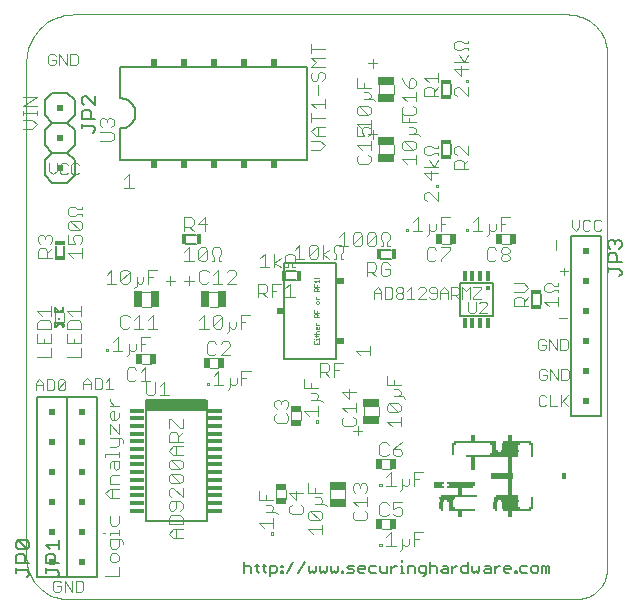
<source format=gto>
G75*
%MOIN*%
%OFA0B0*%
%FSLAX24Y24*%
%IPPOS*%
%LPD*%
%AMOC8*
5,1,8,0,0,1.08239X$1,22.5*
%
%ADD10C,0.0000*%
%ADD11C,0.0040*%
%ADD12C,0.0050*%
%ADD13C,0.0030*%
%ADD14C,0.0020*%
%ADD15C,0.0080*%
%ADD16R,0.0510X0.0140*%
%ADD17R,0.2047X0.0384*%
%ADD18C,0.0157*%
%ADD19R,0.0118X0.0374*%
%ADD20C,0.0060*%
%ADD21R,0.0160X0.0340*%
%ADD22R,0.0340X0.0160*%
%ADD23R,0.0197X0.0374*%
%ADD24R,0.0571X0.0295*%
%ADD25R,0.0374X0.0197*%
%ADD26R,0.0295X0.0571*%
%ADD27R,0.0220X0.0264*%
%ADD28R,0.0200X0.0200*%
%ADD29C,0.0004*%
%ADD30C,0.0002*%
%ADD31R,0.0079X0.0059*%
%ADD32R,0.0020X0.0020*%
%ADD33R,0.0020X0.0148*%
%ADD34R,0.0079X0.0118*%
%ADD35R,0.0354X0.0089*%
%ADD36R,0.0079X0.0197*%
%ADD37R,0.0217X0.0089*%
%ADD38R,0.0039X0.0039*%
%ADD39R,0.0098X0.0098*%
%ADD40R,0.0264X0.0220*%
%ADD41R,0.0180X0.0060*%
%ADD42R,0.0060X0.0060*%
%ADD43R,0.0900X0.0060*%
%ADD44R,0.0960X0.0060*%
%ADD45R,0.0120X0.0060*%
%ADD46R,0.0240X0.0060*%
%ADD47R,0.0600X0.0060*%
%ADD48R,0.0540X0.0060*%
%ADD49R,0.0480X0.0060*%
%ADD50R,0.0840X0.0060*%
%ADD51R,0.1200X0.0060*%
%ADD52R,0.0780X0.0060*%
%ADD53R,0.0360X0.0060*%
%ADD54R,0.0300X0.0060*%
%ADD55R,0.0720X0.0060*%
%ADD56R,0.1740X0.0060*%
%ADD57R,0.1440X0.0060*%
D10*
X000637Y001594D02*
X000637Y018096D01*
X000639Y018174D01*
X000645Y018251D01*
X000654Y018328D01*
X000667Y018404D01*
X000684Y018480D01*
X000705Y018555D01*
X000729Y018628D01*
X000757Y018701D01*
X000789Y018772D01*
X000824Y018841D01*
X000862Y018908D01*
X000903Y018974D01*
X000948Y019037D01*
X000996Y019098D01*
X001046Y019157D01*
X001100Y019213D01*
X001156Y019267D01*
X001215Y019317D01*
X001276Y019365D01*
X001339Y019410D01*
X001405Y019451D01*
X001472Y019489D01*
X001541Y019524D01*
X001612Y019556D01*
X001685Y019584D01*
X001758Y019608D01*
X001833Y019629D01*
X001909Y019646D01*
X001985Y019659D01*
X002062Y019668D01*
X002139Y019674D01*
X002217Y019676D01*
X018684Y019676D01*
X018756Y019674D01*
X018827Y019668D01*
X018898Y019659D01*
X018968Y019645D01*
X019038Y019628D01*
X019106Y019607D01*
X019174Y019582D01*
X019240Y019554D01*
X019304Y019522D01*
X019366Y019487D01*
X019426Y019448D01*
X019485Y019406D01*
X019540Y019361D01*
X019594Y019313D01*
X019644Y019263D01*
X019692Y019209D01*
X019737Y019154D01*
X019779Y019095D01*
X019818Y019035D01*
X019853Y018973D01*
X019885Y018909D01*
X019913Y018843D01*
X019938Y018775D01*
X019959Y018707D01*
X019976Y018637D01*
X019990Y018567D01*
X019999Y018496D01*
X020005Y018425D01*
X020007Y018353D01*
X020007Y001246D01*
X020006Y001246D02*
X020004Y001182D01*
X019998Y001118D01*
X019989Y001054D01*
X019975Y000991D01*
X019958Y000929D01*
X019937Y000868D01*
X019912Y000808D01*
X019884Y000751D01*
X019852Y000695D01*
X019817Y000640D01*
X019779Y000589D01*
X019738Y000539D01*
X019694Y000492D01*
X019647Y000448D01*
X019597Y000407D01*
X019546Y000369D01*
X019491Y000334D01*
X019435Y000302D01*
X019378Y000274D01*
X019318Y000249D01*
X019257Y000228D01*
X019195Y000211D01*
X019132Y000197D01*
X019068Y000188D01*
X019004Y000182D01*
X018940Y000180D01*
X002051Y000180D01*
X001977Y000182D01*
X001903Y000188D01*
X001830Y000197D01*
X001757Y000211D01*
X001685Y000228D01*
X001614Y000249D01*
X001544Y000274D01*
X001476Y000302D01*
X001409Y000334D01*
X001344Y000369D01*
X001281Y000408D01*
X001220Y000450D01*
X001161Y000495D01*
X001105Y000543D01*
X001051Y000594D01*
X001000Y000648D01*
X000952Y000704D01*
X000907Y000763D01*
X000865Y000824D01*
X000826Y000887D01*
X000791Y000952D01*
X000759Y001019D01*
X000731Y001087D01*
X000706Y001157D01*
X000685Y001228D01*
X000668Y001300D01*
X000654Y001373D01*
X000645Y001446D01*
X000639Y001520D01*
X000637Y001594D01*
D11*
X003180Y002408D02*
X003256Y002408D01*
X003410Y002408D02*
X003410Y002331D01*
X003410Y002408D02*
X003717Y002408D01*
X003717Y002331D02*
X003717Y002485D01*
X003640Y002638D02*
X003486Y002638D01*
X003410Y002715D01*
X003410Y002945D01*
X003717Y002945D02*
X003717Y002715D01*
X003640Y002638D01*
X003717Y002178D02*
X003717Y001948D01*
X003640Y001871D01*
X003486Y001871D01*
X003410Y001948D01*
X003410Y002178D01*
X003793Y002178D01*
X003870Y002101D01*
X003870Y002024D01*
X003640Y001717D02*
X003486Y001717D01*
X003410Y001641D01*
X003410Y001487D01*
X003486Y001410D01*
X003640Y001410D01*
X003717Y001487D01*
X003717Y001641D01*
X003640Y001717D01*
X003717Y001257D02*
X003717Y000950D01*
X003256Y000950D01*
X005389Y002370D02*
X005542Y002524D01*
X005849Y002524D01*
X005849Y002677D02*
X005849Y002907D01*
X005772Y002984D01*
X005465Y002984D01*
X005389Y002907D01*
X005389Y002677D01*
X005849Y002677D01*
X005619Y002524D02*
X005619Y002217D01*
X005542Y002217D02*
X005389Y002370D01*
X005542Y002217D02*
X005849Y002217D01*
X005772Y003138D02*
X005849Y003214D01*
X005849Y003368D01*
X005772Y003445D01*
X005465Y003445D01*
X005389Y003368D01*
X005389Y003214D01*
X005465Y003138D01*
X005542Y003138D01*
X005619Y003214D01*
X005619Y003445D01*
X005465Y003598D02*
X005389Y003675D01*
X005389Y003828D01*
X005465Y003905D01*
X005542Y003905D01*
X005849Y003598D01*
X005849Y003905D01*
X005772Y004058D02*
X005465Y004365D01*
X005772Y004365D01*
X005849Y004289D01*
X005849Y004135D01*
X005772Y004058D01*
X005465Y004058D01*
X005389Y004135D01*
X005389Y004289D01*
X005465Y004365D01*
X005465Y004519D02*
X005389Y004596D01*
X005389Y004749D01*
X005465Y004826D01*
X005772Y004519D01*
X005849Y004596D01*
X005849Y004749D01*
X005772Y004826D01*
X005465Y004826D01*
X005542Y004979D02*
X005389Y005133D01*
X005542Y005286D01*
X005849Y005286D01*
X005849Y005440D02*
X005389Y005440D01*
X005389Y005670D01*
X005465Y005747D01*
X005619Y005747D01*
X005695Y005670D01*
X005695Y005440D01*
X005695Y005593D02*
X005849Y005747D01*
X005849Y005900D02*
X005772Y005900D01*
X005465Y006207D01*
X005389Y006207D01*
X005389Y005900D01*
X005849Y005900D02*
X005849Y006207D01*
X005389Y006981D02*
X005082Y006981D01*
X005235Y006981D02*
X005235Y007441D01*
X005082Y007288D01*
X004928Y007441D02*
X004928Y007058D01*
X004851Y006981D01*
X004698Y006981D01*
X004621Y007058D01*
X004621Y007441D01*
X004600Y007450D02*
X004600Y007910D01*
X004446Y007757D01*
X004293Y007834D02*
X004216Y007910D01*
X004063Y007910D01*
X003986Y007834D01*
X003986Y007527D01*
X004063Y007450D01*
X004216Y007450D01*
X004293Y007527D01*
X004446Y007450D02*
X004753Y007450D01*
X004777Y008010D02*
X004497Y008010D01*
X004497Y008345D02*
X004777Y008345D01*
X004446Y008450D02*
X004446Y008910D01*
X004753Y008910D01*
X004600Y008680D02*
X004446Y008680D01*
X004293Y008680D02*
X004293Y008527D01*
X004216Y008450D01*
X004139Y008450D01*
X004063Y008527D01*
X004063Y008373D01*
X003986Y008297D01*
X003832Y008450D02*
X003525Y008450D01*
X003372Y008450D02*
X003295Y008450D01*
X003295Y008527D01*
X003372Y008527D01*
X003372Y008450D01*
X003679Y008450D02*
X003679Y008910D01*
X003525Y008757D01*
X003852Y009200D02*
X004006Y009200D01*
X004082Y009277D01*
X004236Y009200D02*
X004543Y009200D01*
X004696Y009200D02*
X005003Y009200D01*
X004850Y009200D02*
X004850Y009660D01*
X004696Y009507D01*
X004389Y009660D02*
X004389Y009200D01*
X004236Y009507D02*
X004389Y009660D01*
X004487Y009920D02*
X004787Y009920D01*
X004777Y010440D02*
X004487Y010440D01*
X004313Y010623D02*
X004236Y010547D01*
X004313Y010623D02*
X004313Y010777D01*
X004389Y010700D01*
X004466Y010700D01*
X004543Y010777D01*
X004543Y010930D01*
X004696Y010930D02*
X004850Y010930D01*
X004696Y010700D02*
X004696Y011160D01*
X005003Y011160D01*
X005282Y010805D02*
X005589Y010805D01*
X005435Y010959D02*
X005435Y010652D01*
X005907Y010805D02*
X006214Y010805D01*
X006407Y010777D02*
X006407Y011084D01*
X006483Y011160D01*
X006637Y011160D01*
X006714Y011084D01*
X006867Y011007D02*
X007021Y011160D01*
X007021Y010700D01*
X007174Y010700D02*
X006867Y010700D01*
X006714Y010777D02*
X006637Y010700D01*
X006483Y010700D01*
X006407Y010777D01*
X006060Y010652D02*
X006060Y010959D01*
X006060Y011450D02*
X006060Y011910D01*
X005907Y011757D01*
X005907Y011450D02*
X006214Y011450D01*
X006367Y011527D02*
X006674Y011834D01*
X006674Y011527D01*
X006597Y011450D01*
X006444Y011450D01*
X006367Y011527D01*
X006367Y011834D01*
X006444Y011910D01*
X006597Y011910D01*
X006674Y011834D01*
X006827Y011834D02*
X006904Y011910D01*
X007058Y011910D01*
X007134Y011834D01*
X007134Y011680D01*
X007058Y011603D01*
X007058Y011450D01*
X007134Y011450D01*
X006904Y011450D02*
X006904Y011603D01*
X006827Y011680D01*
X006827Y011834D01*
X006827Y011450D02*
X006904Y011450D01*
X007327Y011084D02*
X007404Y011160D01*
X007558Y011160D01*
X007634Y011084D01*
X007634Y011007D01*
X007327Y010700D01*
X007634Y010700D01*
X007037Y010440D02*
X006737Y010440D01*
X006747Y009920D02*
X007037Y009920D01*
X007097Y009660D02*
X006944Y009660D01*
X006867Y009584D01*
X006867Y009277D01*
X007174Y009584D01*
X007174Y009277D01*
X007097Y009200D01*
X006944Y009200D01*
X006867Y009277D01*
X006714Y009200D02*
X006407Y009200D01*
X006560Y009200D02*
X006560Y009660D01*
X006407Y009507D01*
X006733Y008785D02*
X006657Y008709D01*
X006657Y008402D01*
X006733Y008325D01*
X006887Y008325D01*
X006964Y008402D01*
X007117Y008325D02*
X007424Y008632D01*
X007424Y008709D01*
X007347Y008785D01*
X007194Y008785D01*
X007117Y008709D01*
X006964Y008709D02*
X006887Y008785D01*
X006733Y008785D01*
X006747Y008225D02*
X007027Y008225D01*
X007117Y008325D02*
X007424Y008325D01*
X007027Y007890D02*
X006747Y007890D01*
X006887Y007632D02*
X007040Y007785D01*
X007040Y007325D01*
X006887Y007325D02*
X007194Y007325D01*
X007347Y007172D02*
X007424Y007248D01*
X007424Y007402D01*
X007501Y007325D01*
X007577Y007325D01*
X007654Y007402D01*
X007654Y007555D01*
X007808Y007555D02*
X007961Y007555D01*
X007808Y007325D02*
X007808Y007785D01*
X008115Y007785D01*
X007424Y007555D02*
X007424Y007402D01*
X006733Y007402D02*
X006733Y007325D01*
X006657Y007325D01*
X006657Y007402D01*
X006733Y007402D01*
X007327Y009047D02*
X007404Y009123D01*
X007404Y009277D01*
X007481Y009200D01*
X007558Y009200D01*
X007634Y009277D01*
X007634Y009430D01*
X007788Y009430D02*
X007941Y009430D01*
X007788Y009200D02*
X007788Y009660D01*
X008095Y009660D01*
X008349Y010245D02*
X008349Y010705D01*
X008580Y010705D01*
X008656Y010629D01*
X008656Y010475D01*
X008580Y010398D01*
X008349Y010398D01*
X008503Y010398D02*
X008656Y010245D01*
X008810Y010245D02*
X008810Y010705D01*
X009117Y010705D01*
X009270Y010552D02*
X009424Y010705D01*
X009424Y010245D01*
X009577Y010245D02*
X009270Y010245D01*
X008963Y010475D02*
X008810Y010475D01*
X008887Y011245D02*
X008887Y011705D01*
X009117Y011552D02*
X008887Y011398D01*
X009117Y011245D01*
X009270Y011245D02*
X009347Y011245D01*
X009347Y011398D01*
X009270Y011475D01*
X009270Y011629D01*
X009347Y011705D01*
X009500Y011705D01*
X009577Y011629D01*
X009577Y011475D01*
X009500Y011398D01*
X009500Y011245D01*
X009577Y011245D01*
X009589Y011536D02*
X009896Y011536D01*
X009743Y011536D02*
X009743Y011996D01*
X009589Y011842D01*
X010050Y011919D02*
X010050Y011612D01*
X010356Y011919D01*
X010356Y011612D01*
X010280Y011536D01*
X010126Y011536D01*
X010050Y011612D01*
X010050Y011919D02*
X010126Y011996D01*
X010280Y011996D01*
X010356Y011919D01*
X010510Y011996D02*
X010510Y011536D01*
X010510Y011689D02*
X010740Y011842D01*
X010894Y011766D02*
X010970Y011689D01*
X010970Y011536D01*
X010894Y011536D01*
X010740Y011536D02*
X010510Y011689D01*
X010894Y011766D02*
X010894Y011919D01*
X010970Y011996D01*
X011124Y011996D01*
X011200Y011919D01*
X011200Y011766D01*
X011124Y011689D01*
X011124Y011536D01*
X011200Y011536D01*
X011219Y011950D02*
X011219Y012410D01*
X011065Y012257D01*
X011065Y011950D02*
X011372Y011950D01*
X011525Y012027D02*
X011832Y012334D01*
X011832Y012027D01*
X011756Y011950D01*
X011602Y011950D01*
X011525Y012027D01*
X011525Y012334D01*
X011602Y012410D01*
X011756Y012410D01*
X011832Y012334D01*
X011986Y012334D02*
X012063Y012410D01*
X012216Y012410D01*
X012293Y012334D01*
X011986Y012027D01*
X012063Y011950D01*
X012216Y011950D01*
X012293Y012027D01*
X012293Y012334D01*
X012446Y012334D02*
X012523Y012410D01*
X012676Y012410D01*
X012753Y012334D01*
X012753Y012180D01*
X012676Y012103D01*
X012676Y011950D01*
X012753Y011950D01*
X012523Y011950D02*
X012523Y012103D01*
X012446Y012180D01*
X012446Y012334D01*
X012446Y011950D02*
X012523Y011950D01*
X012523Y011410D02*
X012446Y011334D01*
X012446Y011027D01*
X012523Y010950D01*
X012676Y010950D01*
X012753Y011027D01*
X012753Y011180D01*
X012600Y011180D01*
X012753Y011334D02*
X012676Y011410D01*
X012523Y011410D01*
X012293Y011334D02*
X012293Y011180D01*
X012216Y011103D01*
X011986Y011103D01*
X011986Y010950D02*
X011986Y011410D01*
X012216Y011410D01*
X012293Y011334D01*
X012139Y011103D02*
X012293Y010950D01*
X011986Y012027D02*
X011986Y012334D01*
X013295Y012450D02*
X013372Y012450D01*
X013372Y012527D01*
X013295Y012527D01*
X013295Y012450D01*
X013525Y012450D02*
X013832Y012450D01*
X013679Y012450D02*
X013679Y012910D01*
X013525Y012757D01*
X014063Y012680D02*
X014063Y012527D01*
X014063Y012373D01*
X013986Y012297D01*
X014139Y012450D02*
X014216Y012450D01*
X014293Y012527D01*
X014293Y012680D01*
X014446Y012680D02*
X014600Y012680D01*
X014446Y012450D02*
X014446Y012910D01*
X014753Y012910D01*
X015295Y012527D02*
X015372Y012527D01*
X015372Y012450D01*
X015295Y012450D01*
X015295Y012527D01*
X015525Y012450D02*
X015832Y012450D01*
X015679Y012450D02*
X015679Y012910D01*
X015525Y012757D01*
X016063Y012680D02*
X016063Y012527D01*
X016063Y012373D01*
X015986Y012297D01*
X016139Y012450D02*
X016216Y012450D01*
X016293Y012527D01*
X016293Y012680D01*
X016446Y012680D02*
X016600Y012680D01*
X016446Y012450D02*
X016446Y012910D01*
X016753Y012910D01*
X016777Y012345D02*
X016497Y012345D01*
X016497Y012010D02*
X016777Y012010D01*
X016676Y011910D02*
X016523Y011910D01*
X016446Y011834D01*
X016446Y011757D01*
X016523Y011680D01*
X016676Y011680D01*
X016753Y011603D01*
X016753Y011527D01*
X016676Y011450D01*
X016523Y011450D01*
X016446Y011527D01*
X016446Y011603D01*
X016523Y011680D01*
X016676Y011680D02*
X016753Y011757D01*
X016753Y011834D01*
X016676Y011910D01*
X016293Y011834D02*
X016216Y011910D01*
X016063Y011910D01*
X015986Y011834D01*
X015986Y011527D01*
X016063Y011450D01*
X016216Y011450D01*
X016293Y011527D01*
X016139Y012450D02*
X016063Y012527D01*
X014777Y012345D02*
X014497Y012345D01*
X014139Y012450D02*
X014063Y012527D01*
X014497Y012010D02*
X014777Y012010D01*
X014753Y011910D02*
X014753Y011834D01*
X014446Y011527D01*
X014446Y011450D01*
X014293Y011527D02*
X014216Y011450D01*
X014063Y011450D01*
X013986Y011527D01*
X013986Y011834D01*
X014063Y011910D01*
X014216Y011910D01*
X014293Y011834D01*
X014446Y011910D02*
X014753Y011910D01*
X014367Y013455D02*
X014060Y013762D01*
X013983Y013762D01*
X013906Y013685D01*
X013906Y013532D01*
X013983Y013455D01*
X014367Y013455D02*
X014367Y013762D01*
X014367Y013915D02*
X014290Y013915D01*
X014290Y013992D01*
X014367Y013992D01*
X014367Y013915D01*
X014136Y014146D02*
X014136Y014452D01*
X014213Y014606D02*
X014060Y014836D01*
X014136Y014990D02*
X013983Y014990D01*
X013906Y015066D01*
X013906Y015220D01*
X013983Y015297D01*
X014136Y015297D01*
X014213Y015220D01*
X014367Y015220D01*
X014367Y015297D01*
X014367Y015066D02*
X014213Y015066D01*
X014136Y014990D01*
X014367Y014990D02*
X014367Y015066D01*
X014367Y014836D02*
X014213Y014606D01*
X014367Y014606D02*
X013906Y014606D01*
X013906Y014376D02*
X014136Y014146D01*
X014367Y014376D02*
X013906Y014376D01*
X013617Y014700D02*
X013617Y015007D01*
X013617Y014853D02*
X013156Y014853D01*
X013310Y014700D01*
X013233Y015160D02*
X013156Y015237D01*
X013156Y015391D01*
X013233Y015467D01*
X013540Y015160D01*
X013617Y015237D01*
X013617Y015391D01*
X013540Y015467D01*
X013233Y015467D01*
X013233Y015160D02*
X013540Y015160D01*
X013770Y015621D02*
X013693Y015698D01*
X013540Y015698D01*
X013617Y015774D01*
X013617Y015851D01*
X013540Y015928D01*
X013386Y015928D01*
X013386Y016081D02*
X013386Y016235D01*
X013233Y016319D02*
X013540Y016319D01*
X013617Y016396D01*
X013617Y016549D01*
X013540Y016626D01*
X013617Y016779D02*
X013617Y017086D01*
X013617Y016933D02*
X013156Y016933D01*
X013310Y016779D01*
X013233Y016626D02*
X013156Y016549D01*
X013156Y016396D01*
X013233Y016319D01*
X013156Y016388D02*
X013156Y016081D01*
X013617Y016081D01*
X013540Y015698D02*
X013386Y015698D01*
X012897Y015330D02*
X012897Y015040D01*
X012377Y015030D02*
X012377Y015330D01*
X012117Y015314D02*
X011656Y015314D01*
X011810Y015160D01*
X011733Y015007D02*
X011656Y014930D01*
X011656Y014777D01*
X011733Y014700D01*
X012040Y014700D01*
X012117Y014777D01*
X012117Y014930D01*
X012040Y015007D01*
X012117Y015160D02*
X012117Y015467D01*
X012185Y015527D02*
X012185Y015834D01*
X012117Y015851D02*
X012117Y015698D01*
X012040Y015621D01*
X012032Y015680D02*
X012339Y015680D01*
X012117Y015851D02*
X012040Y015928D01*
X011886Y015928D01*
X011810Y015851D01*
X011810Y015774D01*
X011886Y015621D01*
X011656Y015621D01*
X011656Y015928D01*
X011656Y016012D02*
X012117Y016012D01*
X012117Y016165D02*
X012117Y015858D01*
X011810Y015858D02*
X011656Y016012D01*
X011733Y016319D02*
X011656Y016396D01*
X011656Y016549D01*
X011733Y016626D01*
X012040Y016319D01*
X012117Y016396D01*
X012117Y016549D01*
X012040Y016626D01*
X011733Y016626D01*
X011886Y016856D02*
X012040Y016856D01*
X012193Y016856D01*
X012270Y016779D01*
X012117Y016933D02*
X012117Y017009D01*
X012040Y017086D01*
X011886Y017086D01*
X011886Y017240D02*
X011886Y017393D01*
X011656Y017240D02*
X011656Y017547D01*
X011656Y017240D02*
X012117Y017240D01*
X012377Y017320D02*
X012377Y017030D01*
X012117Y016933D02*
X012040Y016856D01*
X012040Y016319D02*
X011733Y016319D01*
X010585Y016240D02*
X010125Y016240D01*
X010125Y016393D02*
X010125Y016086D01*
X010278Y015933D02*
X010125Y015780D01*
X010278Y015626D01*
X010585Y015626D01*
X010432Y015473D02*
X010125Y015473D01*
X010355Y015626D02*
X010355Y015933D01*
X010278Y015933D02*
X010585Y015933D01*
X010432Y015473D02*
X010585Y015319D01*
X010432Y015166D01*
X010125Y015166D01*
X010278Y016547D02*
X010125Y016700D01*
X010585Y016700D01*
X010585Y016547D02*
X010585Y016854D01*
X010355Y017007D02*
X010355Y017314D01*
X010278Y017468D02*
X010355Y017544D01*
X010355Y017698D01*
X010432Y017775D01*
X010508Y017775D01*
X010585Y017698D01*
X010585Y017544D01*
X010508Y017468D01*
X010278Y017468D02*
X010202Y017468D01*
X010125Y017544D01*
X010125Y017698D01*
X010202Y017775D01*
X010125Y017928D02*
X010278Y018082D01*
X010125Y018235D01*
X010585Y018235D01*
X010585Y017928D02*
X010125Y017928D01*
X010125Y018388D02*
X010125Y018695D01*
X010125Y018542D02*
X010585Y018542D01*
X012032Y018055D02*
X012339Y018055D01*
X012185Y018209D02*
X012185Y017902D01*
X012897Y017330D02*
X012897Y017030D01*
X013233Y017393D02*
X013386Y017240D01*
X013386Y017470D01*
X013463Y017547D01*
X013540Y017547D01*
X013617Y017470D01*
X013617Y017316D01*
X013540Y017240D01*
X013386Y017240D01*
X013233Y017393D02*
X013156Y017547D01*
X013906Y017564D02*
X014367Y017564D01*
X014367Y017717D02*
X014367Y017410D01*
X014367Y017257D02*
X014213Y017103D01*
X014213Y017180D02*
X014213Y016950D01*
X014367Y016950D02*
X013906Y016950D01*
X013906Y017180D01*
X013983Y017257D01*
X014136Y017257D01*
X014213Y017180D01*
X014060Y017410D02*
X013906Y017564D01*
X014906Y017871D02*
X015136Y017641D01*
X015136Y017948D01*
X015213Y018101D02*
X015060Y018331D01*
X015136Y018485D02*
X014983Y018485D01*
X014906Y018561D01*
X014906Y018715D01*
X014983Y018792D01*
X015136Y018792D01*
X015213Y018715D01*
X015367Y018715D01*
X015367Y018792D01*
X015367Y018561D02*
X015213Y018561D01*
X015136Y018485D01*
X015367Y018485D02*
X015367Y018561D01*
X015367Y018331D02*
X015213Y018101D01*
X015367Y018101D02*
X014906Y018101D01*
X014906Y017871D02*
X015367Y017871D01*
X015367Y017487D02*
X015367Y017410D01*
X015290Y017410D01*
X015290Y017487D01*
X015367Y017487D01*
X015367Y017257D02*
X015367Y016950D01*
X015060Y017257D01*
X014983Y017257D01*
X014906Y017180D01*
X014906Y017027D01*
X014983Y016950D01*
X014983Y015297D02*
X014906Y015220D01*
X014906Y015066D01*
X014983Y014990D01*
X014983Y014836D02*
X014906Y014759D01*
X014906Y014529D01*
X015367Y014529D01*
X015213Y014529D02*
X015213Y014759D01*
X015136Y014836D01*
X014983Y014836D01*
X015213Y014683D02*
X015367Y014836D01*
X015367Y014990D02*
X015060Y015297D01*
X014983Y015297D01*
X015367Y015297D02*
X015367Y014990D01*
X018286Y012147D02*
X018286Y011840D01*
X018367Y010717D02*
X018367Y010641D01*
X018213Y010641D01*
X018136Y010717D01*
X017983Y010717D01*
X017906Y010641D01*
X017906Y010487D01*
X017983Y010410D01*
X018136Y010410D01*
X018213Y010487D01*
X018367Y010487D01*
X018367Y010410D01*
X018367Y010257D02*
X018367Y009950D01*
X018367Y010103D02*
X017906Y010103D01*
X018060Y009950D01*
X017367Y009950D02*
X016906Y009950D01*
X016906Y010180D01*
X016983Y010257D01*
X017136Y010257D01*
X017213Y010180D01*
X017213Y009950D01*
X017213Y010103D02*
X017367Y010257D01*
X017213Y010410D02*
X017367Y010564D01*
X017213Y010717D01*
X016906Y010717D01*
X016906Y010410D02*
X017213Y010410D01*
X013117Y007331D02*
X012656Y007331D01*
X012656Y007638D01*
X012886Y007485D02*
X012886Y007331D01*
X012886Y007178D02*
X013040Y007178D01*
X013117Y007101D01*
X013117Y007024D01*
X013040Y006948D01*
X013193Y006948D01*
X013270Y006871D01*
X013040Y006948D02*
X012886Y006948D01*
X012733Y006717D02*
X013040Y006410D01*
X013117Y006487D01*
X013117Y006641D01*
X013040Y006717D01*
X012733Y006717D01*
X012656Y006641D01*
X012656Y006487D01*
X012733Y006410D01*
X013040Y006410D01*
X013117Y006257D02*
X013117Y005950D01*
X013117Y006103D02*
X012656Y006103D01*
X012810Y005950D01*
X012397Y006290D02*
X012397Y006580D01*
X011877Y006580D02*
X011877Y006280D01*
X011685Y005959D02*
X011685Y005652D01*
X011532Y005805D02*
X011839Y005805D01*
X011617Y006027D02*
X011617Y006180D01*
X011540Y006257D01*
X011617Y006410D02*
X011617Y006717D01*
X011617Y006564D02*
X011156Y006564D01*
X011310Y006410D01*
X011233Y006257D02*
X011156Y006180D01*
X011156Y006027D01*
X011233Y005950D01*
X011540Y005950D01*
X011617Y006027D01*
X011386Y006871D02*
X011386Y007178D01*
X011156Y007101D02*
X011386Y006871D01*
X011617Y007101D02*
X011156Y007101D01*
X010894Y007598D02*
X010894Y008059D01*
X011200Y008059D01*
X011047Y007829D02*
X010894Y007829D01*
X010740Y007829D02*
X010740Y007982D01*
X010663Y008059D01*
X010433Y008059D01*
X010433Y007598D01*
X010433Y007752D02*
X010663Y007752D01*
X010740Y007829D01*
X010587Y007752D02*
X010740Y007598D01*
X010367Y007226D02*
X009906Y007226D01*
X009906Y007533D01*
X010136Y007379D02*
X010136Y007226D01*
X010136Y007073D02*
X010290Y007073D01*
X010367Y006996D01*
X010367Y006919D01*
X010290Y006842D01*
X010443Y006842D01*
X010520Y006766D01*
X010367Y006612D02*
X010367Y006305D01*
X010367Y006152D02*
X010367Y006075D01*
X010290Y006075D01*
X010290Y006152D01*
X010367Y006152D01*
X010060Y006305D02*
X009906Y006459D01*
X010367Y006459D01*
X010290Y006842D02*
X010136Y006842D01*
X009802Y006445D02*
X009802Y006165D01*
X009467Y006165D02*
X009467Y006445D01*
X009367Y006305D02*
X009290Y006382D01*
X009367Y006305D02*
X009367Y006152D01*
X009290Y006075D01*
X008983Y006075D01*
X008906Y006152D01*
X008906Y006305D01*
X008983Y006382D01*
X008983Y006535D02*
X008906Y006612D01*
X008906Y006766D01*
X008983Y006842D01*
X009060Y006842D01*
X009136Y006766D01*
X009213Y006842D01*
X009290Y006842D01*
X009367Y006766D01*
X009367Y006612D01*
X009290Y006535D01*
X009136Y006689D02*
X009136Y006766D01*
X011619Y008470D02*
X012080Y008470D01*
X012080Y008317D02*
X012080Y008624D01*
X011773Y008317D02*
X011619Y008470D01*
X008733Y011245D02*
X008426Y011245D01*
X008580Y011245D02*
X008580Y011705D01*
X008426Y011552D01*
X006674Y012680D02*
X006367Y012680D01*
X006597Y012910D01*
X006597Y012450D01*
X006214Y012450D02*
X006060Y012603D01*
X006137Y012603D02*
X005907Y012603D01*
X005907Y012450D02*
X005907Y012910D01*
X006137Y012910D01*
X006214Y012834D01*
X006214Y012680D01*
X006137Y012603D01*
X004214Y013900D02*
X003907Y013900D01*
X004060Y013900D02*
X004060Y014360D01*
X003907Y014207D01*
X003471Y015466D02*
X003088Y015466D01*
X003088Y015773D02*
X003471Y015773D01*
X003548Y015696D01*
X003548Y015542D01*
X003471Y015466D01*
X003471Y015926D02*
X003548Y016003D01*
X003548Y016156D01*
X003471Y016233D01*
X003395Y016233D01*
X003318Y016156D01*
X003318Y016080D01*
X003318Y016156D02*
X003241Y016233D01*
X003165Y016233D01*
X003088Y016156D01*
X003088Y016003D01*
X003165Y015926D01*
X000977Y016011D02*
X000823Y016164D01*
X000516Y016164D01*
X000516Y016318D02*
X000516Y016471D01*
X000516Y016394D02*
X000977Y016394D01*
X000977Y016318D02*
X000977Y016471D01*
X000977Y016625D02*
X000516Y016625D01*
X000977Y016932D01*
X000516Y016932D01*
X000977Y016011D02*
X000823Y015857D01*
X000516Y015857D01*
X002108Y013263D02*
X002031Y013186D01*
X002031Y013033D01*
X002108Y012956D01*
X002261Y012956D01*
X002338Y013033D01*
X002492Y013033D01*
X002492Y012956D01*
X002415Y012803D02*
X002108Y012803D01*
X002415Y012496D01*
X002492Y012573D01*
X002492Y012726D01*
X002415Y012803D01*
X002108Y012803D02*
X002031Y012726D01*
X002031Y012573D01*
X002108Y012496D01*
X002415Y012496D01*
X002415Y012342D02*
X002492Y012266D01*
X002492Y012112D01*
X002415Y012035D01*
X002261Y012035D02*
X002185Y012189D01*
X002185Y012266D01*
X002261Y012342D01*
X002415Y012342D01*
X002261Y012035D02*
X002031Y012035D01*
X002031Y012342D01*
X001492Y012266D02*
X001492Y012112D01*
X001415Y012035D01*
X001492Y011882D02*
X001338Y011728D01*
X001338Y011805D02*
X001338Y011575D01*
X001492Y011575D02*
X001031Y011575D01*
X001031Y011805D01*
X001108Y011882D01*
X001261Y011882D01*
X001338Y011805D01*
X001108Y012035D02*
X001031Y012112D01*
X001031Y012266D01*
X001108Y012342D01*
X001185Y012342D01*
X001261Y012266D01*
X001338Y012342D01*
X001415Y012342D01*
X001492Y012266D01*
X001261Y012266D02*
X001261Y012189D01*
X002031Y011728D02*
X002492Y011728D01*
X002492Y011575D02*
X002492Y011882D01*
X002185Y011575D02*
X002031Y011728D01*
X003315Y011007D02*
X003469Y011160D01*
X003469Y010700D01*
X003622Y010700D02*
X003315Y010700D01*
X003775Y010777D02*
X003852Y010700D01*
X004006Y010700D01*
X004082Y010777D01*
X004082Y011084D01*
X003775Y010777D01*
X003775Y011084D01*
X003852Y011160D01*
X004006Y011160D01*
X004082Y011084D01*
X004313Y010930D02*
X004313Y010777D01*
X004006Y009660D02*
X003852Y009660D01*
X003775Y009584D01*
X003775Y009277D01*
X003852Y009200D01*
X004082Y009584D02*
X004006Y009660D01*
X004063Y008680D02*
X004063Y008527D01*
X002467Y008565D02*
X002467Y008258D01*
X002006Y008258D01*
X002006Y008719D02*
X002467Y008719D01*
X002467Y009026D01*
X002467Y009179D02*
X002467Y009409D01*
X002390Y009486D01*
X002083Y009486D01*
X002006Y009409D01*
X002006Y009179D01*
X002467Y009179D01*
X002236Y008872D02*
X002236Y008719D01*
X002006Y008719D02*
X002006Y009026D01*
X001894Y009432D02*
X001894Y009718D01*
X002006Y009793D02*
X002467Y009793D01*
X002467Y009640D02*
X002467Y009947D01*
X002160Y009640D02*
X002006Y009793D01*
X001579Y009718D02*
X001579Y009442D01*
X001467Y009409D02*
X001390Y009486D01*
X001083Y009486D01*
X001006Y009409D01*
X001006Y009179D01*
X001467Y009179D01*
X001467Y009409D01*
X001467Y009640D02*
X001467Y009947D01*
X001467Y009793D02*
X001006Y009793D01*
X001160Y009640D01*
X001006Y009026D02*
X001006Y008719D01*
X001467Y008719D01*
X001467Y009026D01*
X001236Y008872D02*
X001236Y008719D01*
X001467Y008565D02*
X001467Y008258D01*
X001006Y008258D01*
X003410Y006858D02*
X003410Y006782D01*
X003563Y006628D01*
X003410Y006628D02*
X003717Y006628D01*
X003563Y006475D02*
X003486Y006475D01*
X003410Y006398D01*
X003410Y006245D01*
X003486Y006168D01*
X003640Y006168D01*
X003717Y006245D01*
X003717Y006398D01*
X003563Y006475D02*
X003563Y006168D01*
X003410Y006014D02*
X003717Y005707D01*
X003717Y006014D01*
X003410Y006014D02*
X003410Y005707D01*
X003410Y005554D02*
X003793Y005554D01*
X003870Y005477D01*
X003870Y005400D01*
X003717Y005324D02*
X003717Y005554D01*
X003717Y005324D02*
X003640Y005247D01*
X003410Y005247D01*
X003256Y005017D02*
X003717Y005017D01*
X003717Y004940D02*
X003717Y005094D01*
X003717Y004787D02*
X003486Y004787D01*
X003410Y004710D01*
X003410Y004556D01*
X003563Y004556D02*
X003563Y004787D01*
X003717Y004787D02*
X003717Y004556D01*
X003640Y004480D01*
X003563Y004556D01*
X003486Y004326D02*
X003717Y004326D01*
X003486Y004326D02*
X003410Y004249D01*
X003410Y004019D01*
X003717Y004019D01*
X003717Y003866D02*
X003410Y003866D01*
X003256Y003712D01*
X003410Y003559D01*
X003717Y003559D01*
X003486Y003559D02*
X003486Y003866D01*
X003256Y004940D02*
X003256Y005017D01*
X005465Y004519D02*
X005772Y004519D01*
X005849Y004979D02*
X005542Y004979D01*
X005619Y004979D02*
X005619Y005286D01*
X008406Y003797D02*
X008406Y003490D01*
X008867Y003490D01*
X008972Y003540D02*
X008972Y003820D01*
X009307Y003820D02*
X009307Y003540D01*
X009406Y003720D02*
X009636Y003490D01*
X009636Y003797D01*
X009406Y003720D02*
X009867Y003720D01*
X010031Y003740D02*
X010031Y004047D01*
X010261Y003893D02*
X010261Y003740D01*
X010261Y003586D02*
X010415Y003586D01*
X010492Y003509D01*
X010492Y003433D01*
X010415Y003356D01*
X010568Y003356D01*
X010645Y003279D01*
X010415Y003356D02*
X010261Y003356D01*
X010108Y003126D02*
X010415Y002819D01*
X010492Y002896D01*
X010492Y003049D01*
X010415Y003126D01*
X010108Y003126D01*
X010031Y003049D01*
X010031Y002896D01*
X010108Y002819D01*
X010415Y002819D01*
X010492Y002665D02*
X010492Y002358D01*
X010492Y002512D02*
X010031Y002512D01*
X010185Y002358D01*
X009790Y003029D02*
X009483Y003029D01*
X009406Y003106D01*
X009406Y003259D01*
X009483Y003336D01*
X009790Y003336D02*
X009867Y003259D01*
X009867Y003106D01*
X009790Y003029D01*
X010031Y003740D02*
X010492Y003740D01*
X010752Y003820D02*
X010752Y003530D01*
X011272Y003530D02*
X011272Y003830D01*
X011531Y003816D02*
X011608Y003740D01*
X011531Y003816D02*
X011531Y003970D01*
X011608Y004047D01*
X011685Y004047D01*
X011761Y003970D01*
X011838Y004047D01*
X011915Y004047D01*
X011992Y003970D01*
X011992Y003816D01*
X011915Y003740D01*
X011992Y003586D02*
X011992Y003279D01*
X011992Y003433D02*
X011531Y003433D01*
X011685Y003279D01*
X011608Y003126D02*
X011531Y003049D01*
X011531Y002896D01*
X011608Y002819D01*
X011915Y002819D01*
X011992Y002896D01*
X011992Y003049D01*
X011915Y003126D01*
X012407Y003027D02*
X012483Y002950D01*
X012637Y002950D01*
X012714Y003027D01*
X012867Y003027D02*
X012944Y002950D01*
X013097Y002950D01*
X013174Y003027D01*
X013174Y003180D01*
X013097Y003257D01*
X013021Y003257D01*
X012867Y003180D01*
X012867Y003410D01*
X013174Y003410D01*
X013097Y003797D02*
X013174Y003873D01*
X013174Y004027D01*
X013251Y003950D01*
X013327Y003950D01*
X013404Y004027D01*
X013404Y004180D01*
X013558Y004180D02*
X013711Y004180D01*
X013558Y003950D02*
X013558Y004410D01*
X013865Y004410D01*
X013174Y004180D02*
X013174Y004027D01*
X012944Y003950D02*
X012637Y003950D01*
X012790Y003950D02*
X012790Y004410D01*
X012637Y004257D01*
X012483Y004027D02*
X012407Y004027D01*
X012407Y003950D01*
X012483Y003950D01*
X012483Y004027D01*
X012497Y004515D02*
X012777Y004515D01*
X012777Y004850D02*
X012497Y004850D01*
X012483Y004950D02*
X012637Y004950D01*
X012714Y005027D01*
X012867Y005027D02*
X012944Y004950D01*
X013097Y004950D01*
X013174Y005027D01*
X013174Y005103D01*
X013097Y005180D01*
X012867Y005180D01*
X012867Y005027D01*
X012867Y005180D02*
X013021Y005334D01*
X013174Y005410D01*
X012714Y005334D02*
X012637Y005410D01*
X012483Y005410D01*
X012407Y005334D01*
X012407Y005027D01*
X012483Y004950D01*
X011761Y003970D02*
X011761Y003893D01*
X012407Y003334D02*
X012407Y003027D01*
X012497Y002850D02*
X012777Y002850D01*
X012777Y002515D02*
X012497Y002515D01*
X012637Y002257D02*
X012790Y002410D01*
X012790Y001950D01*
X012637Y001950D02*
X012944Y001950D01*
X013097Y001797D02*
X013174Y001873D01*
X013174Y002027D01*
X013251Y001950D01*
X013327Y001950D01*
X013404Y002027D01*
X013404Y002180D01*
X013558Y002180D02*
X013711Y002180D01*
X013558Y001950D02*
X013558Y002410D01*
X013865Y002410D01*
X013174Y002180D02*
X013174Y002027D01*
X012483Y002027D02*
X012483Y001950D01*
X012407Y001950D01*
X012407Y002027D01*
X012483Y002027D01*
X012407Y003334D02*
X012483Y003410D01*
X012637Y003410D01*
X012714Y003334D01*
X009020Y003029D02*
X008943Y003106D01*
X008790Y003106D01*
X008867Y003183D01*
X008867Y003259D01*
X008790Y003336D01*
X008636Y003336D01*
X008636Y003490D02*
X008636Y003643D01*
X008636Y003106D02*
X008790Y003106D01*
X008867Y002876D02*
X008867Y002569D01*
X008867Y002722D02*
X008406Y002722D01*
X008560Y002569D01*
X008790Y002415D02*
X008790Y002339D01*
X008867Y002339D01*
X008867Y002415D01*
X008790Y002415D01*
X007404Y009277D02*
X007404Y009430D01*
X007174Y009584D02*
X007097Y009660D01*
X002492Y013186D02*
X002492Y013263D01*
X002492Y013186D02*
X002338Y013186D01*
X002261Y013263D01*
X002108Y013263D01*
D12*
X000742Y001000D02*
X000667Y000925D01*
X000742Y001000D02*
X000742Y001075D01*
X000667Y001150D01*
X000291Y001150D01*
X000291Y001075D02*
X000291Y001225D01*
X000291Y001385D02*
X000291Y001611D01*
X000366Y001686D01*
X000516Y001686D01*
X000592Y001611D01*
X000592Y001385D01*
X000742Y001385D02*
X000291Y001385D01*
X000366Y001846D02*
X000291Y001921D01*
X000291Y002071D01*
X000366Y002146D01*
X000667Y001846D01*
X000742Y001921D01*
X000742Y002071D01*
X000667Y002146D01*
X000366Y002146D01*
X000366Y001846D02*
X000667Y001846D01*
X001291Y001996D02*
X001441Y001846D01*
X001366Y001686D02*
X001516Y001686D01*
X001592Y001611D01*
X001592Y001385D01*
X001742Y001385D02*
X001291Y001385D01*
X001291Y001611D01*
X001366Y001686D01*
X001291Y001996D02*
X001742Y001996D01*
X001742Y001846D02*
X001742Y002146D01*
X001291Y001225D02*
X001291Y001075D01*
X001291Y001150D02*
X001667Y001150D01*
X001742Y001075D01*
X001742Y001000D01*
X001667Y000925D01*
X001987Y000930D02*
X002987Y000930D01*
X002987Y006930D01*
X001987Y006930D01*
X001987Y000930D01*
X000987Y000930D01*
X000987Y006930D01*
X001987Y006930D01*
X001987Y000930D01*
X007898Y001069D02*
X007898Y001419D01*
X007956Y001303D02*
X008073Y001303D01*
X008131Y001244D01*
X008131Y001069D01*
X008324Y001127D02*
X008324Y001361D01*
X008266Y001303D02*
X008383Y001303D01*
X008512Y001303D02*
X008628Y001303D01*
X008570Y001361D02*
X008570Y001127D01*
X008628Y001069D01*
X008757Y001069D02*
X008932Y001069D01*
X008991Y001127D01*
X008991Y001244D01*
X008932Y001303D01*
X008757Y001303D01*
X008757Y000952D01*
X009125Y001069D02*
X009125Y001127D01*
X009184Y001127D01*
X009184Y001069D01*
X009125Y001069D01*
X009125Y001244D02*
X009125Y001303D01*
X009184Y001303D01*
X009184Y001244D01*
X009125Y001244D01*
X009310Y001069D02*
X009543Y001419D01*
X009911Y001419D02*
X009678Y001069D01*
X010046Y001127D02*
X010105Y001069D01*
X010163Y001127D01*
X010221Y001069D01*
X010280Y001127D01*
X010280Y001303D01*
X010414Y001303D02*
X010414Y001127D01*
X010473Y001069D01*
X010531Y001127D01*
X010590Y001069D01*
X010648Y001127D01*
X010648Y001303D01*
X010783Y001303D02*
X010783Y001127D01*
X010841Y001069D01*
X010900Y001127D01*
X010958Y001069D01*
X011016Y001127D01*
X011016Y001303D01*
X011151Y001127D02*
X011209Y001127D01*
X011209Y001069D01*
X011151Y001069D01*
X011151Y001127D01*
X011335Y001069D02*
X011510Y001069D01*
X011569Y001127D01*
X011510Y001186D01*
X011394Y001186D01*
X011335Y001244D01*
X011394Y001303D01*
X011569Y001303D01*
X011704Y001244D02*
X011704Y001127D01*
X011762Y001069D01*
X011879Y001069D01*
X011937Y001186D02*
X011704Y001186D01*
X011704Y001244D02*
X011762Y001303D01*
X011879Y001303D01*
X011937Y001244D01*
X011937Y001186D01*
X012072Y001244D02*
X012072Y001127D01*
X012130Y001069D01*
X012305Y001069D01*
X012440Y001127D02*
X012499Y001069D01*
X012674Y001069D01*
X012674Y001303D01*
X012809Y001303D02*
X012809Y001069D01*
X012809Y001186D02*
X012925Y001303D01*
X012984Y001303D01*
X013115Y001303D02*
X013174Y001303D01*
X013174Y001069D01*
X013232Y001069D02*
X013115Y001069D01*
X013361Y001069D02*
X013361Y001303D01*
X013536Y001303D01*
X013595Y001244D01*
X013595Y001069D01*
X013729Y001127D02*
X013729Y001244D01*
X013788Y001303D01*
X013963Y001303D01*
X013963Y001011D01*
X013904Y000952D01*
X013846Y000952D01*
X013788Y001069D02*
X013963Y001069D01*
X014098Y001069D02*
X014098Y001419D01*
X014156Y001303D02*
X014098Y001244D01*
X014156Y001303D02*
X014273Y001303D01*
X014331Y001244D01*
X014331Y001069D01*
X014466Y001127D02*
X014524Y001186D01*
X014699Y001186D01*
X014699Y001244D02*
X014699Y001069D01*
X014524Y001069D01*
X014466Y001127D01*
X014524Y001303D02*
X014641Y001303D01*
X014699Y001244D01*
X014834Y001186D02*
X014951Y001303D01*
X015009Y001303D01*
X015141Y001244D02*
X015200Y001303D01*
X015375Y001303D01*
X015375Y001419D02*
X015375Y001069D01*
X015200Y001069D01*
X015141Y001127D01*
X015141Y001244D01*
X014834Y001303D02*
X014834Y001069D01*
X015509Y001127D02*
X015568Y001069D01*
X015626Y001127D01*
X015685Y001069D01*
X015743Y001127D01*
X015743Y001303D01*
X015936Y001303D02*
X016053Y001303D01*
X016111Y001244D01*
X016111Y001069D01*
X015936Y001069D01*
X015878Y001127D01*
X015936Y001186D01*
X016111Y001186D01*
X016246Y001186D02*
X016363Y001303D01*
X016421Y001303D01*
X016553Y001244D02*
X016611Y001303D01*
X016728Y001303D01*
X016787Y001244D01*
X016787Y001186D01*
X016553Y001186D01*
X016553Y001244D02*
X016553Y001127D01*
X016611Y001069D01*
X016728Y001069D01*
X016921Y001069D02*
X016980Y001069D01*
X016980Y001127D01*
X016921Y001127D01*
X016921Y001069D01*
X017106Y001127D02*
X017106Y001244D01*
X017164Y001303D01*
X017339Y001303D01*
X017474Y001244D02*
X017474Y001127D01*
X017532Y001069D01*
X017649Y001069D01*
X017707Y001127D01*
X017707Y001244D01*
X017649Y001303D01*
X017532Y001303D01*
X017474Y001244D01*
X017339Y001069D02*
X017164Y001069D01*
X017106Y001127D01*
X017842Y001069D02*
X017842Y001303D01*
X017901Y001303D01*
X017959Y001244D01*
X018017Y001303D01*
X018076Y001244D01*
X018076Y001069D01*
X017959Y001069D02*
X017959Y001244D01*
X016246Y001303D02*
X016246Y001069D01*
X015509Y001127D02*
X015509Y001303D01*
X013788Y001069D02*
X013729Y001127D01*
X013174Y001419D02*
X013174Y001478D01*
X012440Y001303D02*
X012440Y001127D01*
X012305Y001303D02*
X012130Y001303D01*
X012072Y001244D01*
X010046Y001303D02*
X010046Y001127D01*
X008383Y001069D02*
X008324Y001127D01*
X007956Y001303D02*
X007898Y001244D01*
X018787Y006280D02*
X018787Y012280D01*
X019787Y012280D01*
X019787Y006280D01*
X018787Y006280D01*
X020407Y010954D02*
X020482Y011029D01*
X020482Y011104D01*
X020407Y011179D01*
X020031Y011179D01*
X020031Y011104D02*
X020031Y011254D01*
X020031Y011414D02*
X020031Y011639D01*
X020106Y011714D01*
X020256Y011714D01*
X020332Y011639D01*
X020332Y011414D01*
X020482Y011414D02*
X020031Y011414D01*
X020106Y011875D02*
X020031Y011950D01*
X020031Y012100D01*
X020106Y012175D01*
X020181Y012175D01*
X020256Y012100D01*
X020332Y012175D01*
X020407Y012175D01*
X020482Y012100D01*
X020482Y011950D01*
X020407Y011875D01*
X020256Y012025D02*
X020256Y012100D01*
X002942Y015814D02*
X002942Y015889D01*
X002867Y015964D01*
X002491Y015964D01*
X002491Y015889D02*
X002491Y016039D01*
X002491Y016199D02*
X002491Y016424D01*
X002566Y016499D01*
X002716Y016499D01*
X002792Y016424D01*
X002792Y016199D01*
X002942Y016199D02*
X002491Y016199D01*
X002566Y016660D02*
X002491Y016735D01*
X002491Y016885D01*
X002566Y016960D01*
X002641Y016960D01*
X002942Y016660D01*
X002942Y016960D01*
X002942Y015814D02*
X002867Y015739D01*
D13*
X002320Y014713D02*
X002197Y014713D01*
X002135Y014652D01*
X002135Y014405D01*
X002197Y014343D01*
X002320Y014343D01*
X002382Y014405D01*
X002382Y014652D02*
X002320Y014713D01*
X002014Y014652D02*
X001952Y014713D01*
X001829Y014713D01*
X001767Y014652D01*
X001767Y014405D01*
X001829Y014343D01*
X001952Y014343D01*
X002014Y014405D01*
X001646Y014466D02*
X001646Y014713D01*
X001399Y014713D02*
X001399Y014466D01*
X001522Y014343D01*
X001646Y014466D01*
X001557Y017988D02*
X001433Y017988D01*
X001372Y018050D01*
X001372Y018297D01*
X001433Y018358D01*
X001557Y018358D01*
X001619Y018297D01*
X001619Y018173D02*
X001495Y018173D01*
X001619Y018173D02*
X001619Y018050D01*
X001557Y017988D01*
X001740Y017988D02*
X001740Y018358D01*
X001987Y017988D01*
X001987Y018358D01*
X002108Y018358D02*
X002293Y018358D01*
X002355Y018297D01*
X002355Y018050D01*
X002293Y017988D01*
X002108Y017988D01*
X002108Y018358D01*
X012224Y010455D02*
X012224Y010208D01*
X012224Y010394D02*
X012471Y010394D01*
X012471Y010455D02*
X012471Y010208D01*
X012593Y010208D02*
X012778Y010208D01*
X012840Y010270D01*
X012840Y010517D01*
X012778Y010579D01*
X012593Y010579D01*
X012593Y010208D01*
X012471Y010455D02*
X012348Y010579D01*
X012224Y010455D01*
X012961Y010455D02*
X012961Y010517D01*
X013023Y010579D01*
X013146Y010579D01*
X013208Y010517D01*
X013208Y010455D01*
X013146Y010394D01*
X013023Y010394D01*
X012961Y010455D01*
X013023Y010394D02*
X012961Y010332D01*
X012961Y010270D01*
X013023Y010208D01*
X013146Y010208D01*
X013208Y010270D01*
X013208Y010332D01*
X013146Y010394D01*
X013329Y010455D02*
X013453Y010579D01*
X013453Y010208D01*
X013576Y010208D02*
X013329Y010208D01*
X013698Y010208D02*
X013945Y010455D01*
X013945Y010517D01*
X013883Y010579D01*
X013759Y010579D01*
X013698Y010517D01*
X013698Y010208D02*
X013945Y010208D01*
X014066Y010270D02*
X014128Y010208D01*
X014251Y010208D01*
X014313Y010270D01*
X014313Y010517D01*
X014251Y010579D01*
X014128Y010579D01*
X014066Y010517D01*
X014066Y010455D01*
X014128Y010394D01*
X014313Y010394D01*
X014434Y010394D02*
X014681Y010394D01*
X014681Y010455D02*
X014681Y010208D01*
X014803Y010208D02*
X014803Y010579D01*
X014988Y010579D01*
X015050Y010517D01*
X015050Y010394D01*
X014988Y010332D01*
X014803Y010332D01*
X014926Y010332D02*
X015050Y010208D01*
X015171Y010208D02*
X015171Y010579D01*
X015294Y010455D01*
X015418Y010579D01*
X015418Y010208D01*
X015368Y010106D02*
X015368Y009798D01*
X015430Y009736D01*
X015553Y009736D01*
X015615Y009798D01*
X015615Y010106D01*
X015539Y010208D02*
X015786Y010208D01*
X015798Y010106D02*
X015736Y010045D01*
X015798Y010106D02*
X015921Y010106D01*
X015983Y010045D01*
X015983Y009983D01*
X015736Y009736D01*
X015983Y009736D01*
X015539Y010208D02*
X015539Y010270D01*
X015786Y010517D01*
X015786Y010579D01*
X015539Y010579D01*
X014681Y010455D02*
X014558Y010579D01*
X014434Y010455D01*
X014434Y010208D01*
X017698Y008793D02*
X017698Y008546D01*
X017759Y008484D01*
X017883Y008484D01*
X017945Y008546D01*
X017945Y008669D01*
X017821Y008669D01*
X017698Y008793D02*
X017759Y008854D01*
X017883Y008854D01*
X017945Y008793D01*
X018066Y008854D02*
X018313Y008484D01*
X018313Y008854D01*
X018434Y008854D02*
X018619Y008854D01*
X018681Y008793D01*
X018681Y008546D01*
X018619Y008484D01*
X018434Y008484D01*
X018434Y008854D01*
X018066Y008854D02*
X018066Y008484D01*
X018102Y007855D02*
X018349Y007485D01*
X018349Y007855D01*
X018470Y007855D02*
X018655Y007855D01*
X018717Y007794D01*
X018717Y007547D01*
X018655Y007485D01*
X018470Y007485D01*
X018470Y007855D01*
X018102Y007855D02*
X018102Y007485D01*
X017981Y007547D02*
X017981Y007670D01*
X017857Y007670D01*
X017734Y007547D02*
X017795Y007485D01*
X017919Y007485D01*
X017981Y007547D01*
X017981Y007794D02*
X017919Y007855D01*
X017795Y007855D01*
X017734Y007794D01*
X017734Y007547D01*
X017777Y006982D02*
X017716Y006921D01*
X017716Y006674D01*
X017777Y006612D01*
X017901Y006612D01*
X017963Y006674D01*
X018084Y006612D02*
X018331Y006612D01*
X018452Y006612D02*
X018452Y006982D01*
X018514Y006797D02*
X018699Y006612D01*
X018452Y006735D02*
X018699Y006982D01*
X018084Y006982D02*
X018084Y006612D01*
X017963Y006921D02*
X017901Y006982D01*
X017777Y006982D01*
X018409Y009560D02*
X018656Y009560D01*
X018559Y010994D02*
X018559Y011241D01*
X018436Y011117D02*
X018683Y011117D01*
X018946Y012471D02*
X019070Y012594D01*
X019070Y012841D01*
X019191Y012780D02*
X019191Y012533D01*
X019253Y012471D01*
X019376Y012471D01*
X019438Y012533D01*
X019559Y012533D02*
X019621Y012471D01*
X019744Y012471D01*
X019806Y012533D01*
X019806Y012780D02*
X019744Y012841D01*
X019621Y012841D01*
X019559Y012780D01*
X019559Y012533D01*
X019438Y012780D02*
X019376Y012841D01*
X019253Y012841D01*
X019191Y012780D01*
X018823Y012841D02*
X018823Y012594D01*
X018946Y012471D01*
X003525Y007179D02*
X003278Y007179D01*
X003402Y007179D02*
X003402Y007549D01*
X003278Y007426D01*
X003157Y007488D02*
X003095Y007549D01*
X002910Y007549D01*
X002910Y007179D01*
X003095Y007179D01*
X003157Y007241D01*
X003157Y007488D01*
X002789Y007426D02*
X002789Y007179D01*
X002789Y007364D02*
X002542Y007364D01*
X002542Y007426D02*
X002665Y007549D01*
X002789Y007426D01*
X002542Y007426D02*
X002542Y007179D01*
X001932Y007205D02*
X001870Y007143D01*
X001747Y007143D01*
X001685Y007205D01*
X001932Y007452D01*
X001932Y007205D01*
X001932Y007452D02*
X001870Y007513D01*
X001747Y007513D01*
X001685Y007452D01*
X001685Y007205D01*
X001564Y007205D02*
X001502Y007143D01*
X001317Y007143D01*
X001317Y007513D01*
X001502Y007513D01*
X001564Y007452D01*
X001564Y007205D01*
X001196Y007143D02*
X001196Y007390D01*
X001072Y007513D01*
X000949Y007390D01*
X000949Y007143D01*
X000949Y007328D02*
X001196Y007328D01*
X001604Y000808D02*
X001543Y000747D01*
X001543Y000500D01*
X001604Y000438D01*
X001728Y000438D01*
X001790Y000500D01*
X001790Y000623D01*
X001666Y000623D01*
X001790Y000747D02*
X001728Y000808D01*
X001604Y000808D01*
X001911Y000808D02*
X001911Y000438D01*
X002158Y000438D02*
X002158Y000808D01*
X002279Y000808D02*
X002464Y000808D01*
X002526Y000747D01*
X002526Y000500D01*
X002464Y000438D01*
X002279Y000438D01*
X002279Y000808D01*
X001911Y000808D02*
X002158Y000438D01*
D14*
X010243Y008686D02*
X010383Y008686D01*
X010383Y008779D01*
X010383Y008833D02*
X010383Y008880D01*
X010383Y008857D02*
X010289Y008857D01*
X010289Y008833D01*
X010243Y008857D02*
X010219Y008857D01*
X010243Y008779D02*
X010243Y008686D01*
X010313Y008686D02*
X010313Y008733D01*
X010289Y008932D02*
X010289Y008978D01*
X010266Y008955D02*
X010359Y008955D01*
X010383Y008978D01*
X010383Y009030D02*
X010243Y009030D01*
X010289Y009053D02*
X010289Y009100D01*
X010313Y009123D01*
X010383Y009123D01*
X010359Y009177D02*
X010313Y009177D01*
X010289Y009200D01*
X010289Y009247D01*
X010313Y009270D01*
X010336Y009270D01*
X010336Y009177D01*
X010359Y009177D02*
X010383Y009200D01*
X010383Y009247D01*
X010383Y009324D02*
X010289Y009324D01*
X010336Y009324D02*
X010289Y009371D01*
X010289Y009394D01*
X010243Y009595D02*
X010243Y009665D01*
X010266Y009688D01*
X010313Y009688D01*
X010336Y009665D01*
X010336Y009595D01*
X010336Y009641D02*
X010383Y009688D01*
X010383Y009742D02*
X010243Y009742D01*
X010243Y009835D01*
X010313Y009789D02*
X010313Y009742D01*
X010383Y009595D02*
X010243Y009595D01*
X010313Y010036D02*
X010359Y010036D01*
X010383Y010060D01*
X010383Y010107D01*
X010359Y010130D01*
X010313Y010130D01*
X010289Y010107D01*
X010289Y010060D01*
X010313Y010036D01*
X010336Y010184D02*
X010289Y010231D01*
X010289Y010254D01*
X010289Y010184D02*
X010383Y010184D01*
X010383Y010454D02*
X010243Y010454D01*
X010243Y010524D01*
X010266Y010547D01*
X010313Y010547D01*
X010336Y010524D01*
X010336Y010454D01*
X010336Y010501D02*
X010383Y010547D01*
X010383Y010601D02*
X010243Y010601D01*
X010243Y010695D01*
X010289Y010749D02*
X010243Y010795D01*
X010383Y010795D01*
X010383Y010749D02*
X010383Y010842D01*
X010383Y010896D02*
X010359Y010896D01*
X010313Y010896D02*
X010219Y010896D01*
X010313Y010648D02*
X010313Y010601D01*
X010289Y009053D02*
X010313Y009030D01*
X001844Y009334D02*
X001846Y009344D01*
X001851Y009353D01*
X001859Y009360D01*
X001869Y009364D01*
X001879Y009364D01*
X001889Y009360D01*
X001897Y009353D01*
X001902Y009344D01*
X001904Y009334D01*
X001902Y009324D01*
X001897Y009315D01*
X001889Y009308D01*
X001879Y009304D01*
X001869Y009304D01*
X001859Y009308D01*
X001851Y009315D01*
X001846Y009324D01*
X001844Y009334D01*
D15*
X004613Y006813D02*
X004613Y002797D01*
X006660Y002797D01*
X006660Y006813D01*
X009241Y008187D02*
X010958Y008187D01*
X010958Y011407D01*
X009241Y011407D01*
X009241Y008187D01*
X015085Y009629D02*
X015085Y010731D01*
X016188Y010731D01*
X016188Y009629D01*
X015085Y009629D01*
X009997Y014822D02*
X009997Y017938D01*
X003776Y017938D01*
X003776Y016880D01*
X003774Y016882D02*
X003818Y016880D01*
X003861Y016874D01*
X003904Y016865D01*
X003946Y016852D01*
X003986Y016835D01*
X004025Y016815D01*
X004062Y016791D01*
X004097Y016765D01*
X004129Y016735D01*
X004159Y016703D01*
X004185Y016668D01*
X004209Y016631D01*
X004229Y016592D01*
X004246Y016552D01*
X004259Y016510D01*
X004268Y016467D01*
X004274Y016424D01*
X004276Y016380D01*
X004274Y016336D01*
X004268Y016293D01*
X004259Y016250D01*
X004246Y016208D01*
X004229Y016168D01*
X004209Y016129D01*
X004185Y016092D01*
X004159Y016057D01*
X004129Y016025D01*
X004097Y015995D01*
X004062Y015969D01*
X004025Y015945D01*
X003986Y015925D01*
X003946Y015908D01*
X003904Y015895D01*
X003861Y015886D01*
X003818Y015880D01*
X003774Y015878D01*
X003776Y015880D02*
X003776Y014822D01*
X009997Y014822D01*
D16*
X006932Y006468D03*
X006932Y006213D03*
X006932Y005957D03*
X006932Y005701D03*
X006932Y005445D03*
X006932Y005189D03*
X006932Y004933D03*
X006932Y004677D03*
X006932Y004421D03*
X006932Y004165D03*
X006932Y003909D03*
X006932Y003653D03*
X006932Y003397D03*
X006932Y003142D03*
X004342Y003142D03*
X004342Y003397D03*
X004342Y003653D03*
X004342Y003909D03*
X004342Y004165D03*
X004342Y004421D03*
X004342Y004677D03*
X004342Y004933D03*
X004342Y005189D03*
X004342Y005445D03*
X004342Y005701D03*
X004342Y005957D03*
X004342Y006213D03*
X004342Y006468D03*
D17*
X005637Y006660D03*
D18*
X016030Y010574D03*
D19*
X016021Y010958D03*
X015765Y010958D03*
X015509Y010958D03*
X015253Y010958D03*
X015253Y009402D03*
X015509Y009402D03*
X015765Y009402D03*
X016021Y009402D03*
D20*
X017497Y010010D02*
X017497Y010350D01*
X017777Y010350D02*
X017777Y010010D01*
X012807Y011540D02*
X012467Y011540D01*
X012467Y011820D02*
X012807Y011820D01*
X009631Y011115D02*
X009291Y011115D01*
X009291Y010835D02*
X009631Y010835D01*
X006307Y012040D02*
X005967Y012040D01*
X005967Y012320D02*
X006307Y012320D01*
X002247Y014315D02*
X001997Y014065D01*
X001497Y014065D01*
X001247Y014315D01*
X001247Y014815D01*
X001497Y015065D01*
X001247Y015315D01*
X001247Y015815D01*
X001497Y016065D01*
X001247Y016315D01*
X001247Y016815D01*
X001497Y017065D01*
X001997Y017065D01*
X002247Y016815D01*
X002247Y016315D01*
X001997Y016065D01*
X002247Y015815D01*
X002247Y015315D01*
X001997Y015065D01*
X002247Y014815D01*
X002247Y014315D01*
X001997Y015065D02*
X001497Y015065D01*
X001497Y016065D02*
X001997Y016065D01*
X001902Y011975D02*
X001902Y011635D01*
X001622Y011635D02*
X001622Y011975D01*
X014497Y015010D02*
X014497Y015350D01*
X014777Y015350D02*
X014777Y015010D01*
X014777Y017010D02*
X014777Y017350D01*
X014497Y017350D02*
X014497Y017010D01*
D21*
X012887Y011680D03*
X012387Y011680D03*
X009711Y010975D03*
X009211Y010975D03*
X006387Y012180D03*
X005887Y012180D03*
D22*
X001762Y012055D03*
X001762Y011555D03*
X014637Y014930D03*
X014637Y015430D03*
X014637Y016930D03*
X014637Y017430D03*
X017637Y010430D03*
X017637Y009930D03*
D23*
X016868Y012178D03*
X016408Y012178D03*
X014868Y012178D03*
X014408Y012178D03*
X007115Y008057D03*
X006655Y008057D03*
X004868Y008178D03*
X004408Y008178D03*
X012405Y004682D03*
X012865Y004682D03*
X012865Y002682D03*
X012405Y002682D03*
D24*
X011012Y003392D03*
X011012Y003962D03*
X012136Y006148D03*
X012136Y006718D03*
X012636Y014898D03*
X012636Y015468D03*
X012637Y016892D03*
X012637Y017462D03*
D25*
X009635Y006533D03*
X009635Y006073D03*
X009139Y003912D03*
X009139Y003452D03*
D26*
X007174Y010180D03*
X006604Y010180D03*
X004919Y010180D03*
X004349Y010180D03*
D27*
X004887Y014690D03*
X005887Y014690D03*
X006887Y014690D03*
X007887Y014690D03*
X008887Y014690D03*
X008887Y018070D03*
X007887Y018070D03*
X006887Y018070D03*
X005887Y018070D03*
X004887Y018070D03*
D28*
X001747Y016565D03*
X001747Y015565D03*
X001747Y014565D03*
X001487Y006430D03*
X002487Y006430D03*
X002487Y005430D03*
X001487Y005430D03*
X001487Y004430D03*
X002487Y004430D03*
X002487Y003430D03*
X001487Y003430D03*
X001487Y002430D03*
X002487Y002430D03*
X002487Y001430D03*
X001487Y001430D03*
X019287Y006780D03*
X019287Y007780D03*
X019287Y008780D03*
X019287Y009780D03*
X019287Y010780D03*
X019287Y011780D03*
D29*
X001872Y009256D02*
X001836Y009256D01*
X001837Y009257D02*
X001835Y009276D01*
X001829Y009295D01*
X001819Y009312D01*
X001807Y009326D01*
X001792Y009339D01*
X001775Y009348D01*
X001756Y009353D01*
X001737Y009355D01*
X001718Y009353D01*
X001699Y009348D01*
X001682Y009339D01*
X001667Y009326D01*
X001655Y009312D01*
X001645Y009295D01*
X001639Y009276D01*
X001637Y009257D01*
X001602Y009256D01*
X001601Y009257D01*
X001603Y009279D01*
X001609Y009301D01*
X001618Y009321D01*
X001630Y009339D01*
X001646Y009356D01*
X001663Y009369D01*
X001683Y009380D01*
X001704Y009387D01*
X001726Y009391D01*
X001748Y009391D01*
X001770Y009387D01*
X001791Y009380D01*
X001811Y009369D01*
X001828Y009356D01*
X001844Y009339D01*
X001856Y009321D01*
X001865Y009301D01*
X001871Y009279D01*
X001873Y009257D01*
X001870Y009257D01*
X001868Y009279D01*
X001862Y009300D01*
X001853Y009320D01*
X001841Y009338D01*
X001826Y009353D01*
X001809Y009367D01*
X001790Y009377D01*
X001769Y009384D01*
X001748Y009388D01*
X001726Y009388D01*
X001705Y009384D01*
X001684Y009377D01*
X001665Y009367D01*
X001648Y009353D01*
X001633Y009338D01*
X001621Y009320D01*
X001612Y009300D01*
X001606Y009279D01*
X001604Y009257D01*
X001607Y009257D01*
X001609Y009279D01*
X001615Y009301D01*
X001625Y009321D01*
X001638Y009339D01*
X001654Y009355D01*
X001673Y009368D01*
X001693Y009377D01*
X001715Y009383D01*
X001737Y009385D01*
X001759Y009383D01*
X001781Y009377D01*
X001801Y009368D01*
X001820Y009355D01*
X001836Y009339D01*
X001849Y009321D01*
X001859Y009301D01*
X001865Y009279D01*
X001867Y009257D01*
X001864Y009257D01*
X001862Y009279D01*
X001856Y009300D01*
X001846Y009320D01*
X001834Y009337D01*
X001818Y009353D01*
X001800Y009365D01*
X001780Y009374D01*
X001759Y009380D01*
X001737Y009382D01*
X001715Y009380D01*
X001694Y009374D01*
X001674Y009365D01*
X001656Y009353D01*
X001640Y009337D01*
X001628Y009320D01*
X001618Y009300D01*
X001612Y009279D01*
X001610Y009257D01*
X001613Y009257D01*
X001615Y009278D01*
X001621Y009299D01*
X001630Y009318D01*
X001643Y009336D01*
X001658Y009351D01*
X001676Y009363D01*
X001695Y009372D01*
X001716Y009377D01*
X001737Y009379D01*
X001758Y009377D01*
X001779Y009372D01*
X001798Y009363D01*
X001816Y009351D01*
X001831Y009336D01*
X001844Y009318D01*
X001853Y009299D01*
X001859Y009278D01*
X001861Y009257D01*
X001858Y009257D01*
X001856Y009278D01*
X001850Y009298D01*
X001841Y009317D01*
X001829Y009334D01*
X001814Y009348D01*
X001797Y009360D01*
X001778Y009369D01*
X001758Y009374D01*
X001737Y009376D01*
X001716Y009374D01*
X001696Y009369D01*
X001677Y009360D01*
X001660Y009348D01*
X001645Y009334D01*
X001633Y009317D01*
X001624Y009298D01*
X001618Y009278D01*
X001616Y009257D01*
X001619Y009257D01*
X001621Y009277D01*
X001627Y009297D01*
X001635Y009315D01*
X001647Y009332D01*
X001662Y009346D01*
X001679Y009358D01*
X001697Y009366D01*
X001717Y009371D01*
X001737Y009373D01*
X001757Y009371D01*
X001777Y009366D01*
X001795Y009358D01*
X001812Y009346D01*
X001827Y009332D01*
X001839Y009315D01*
X001847Y009297D01*
X001853Y009277D01*
X001855Y009257D01*
X001852Y009257D01*
X001850Y009278D01*
X001844Y009298D01*
X001834Y009317D01*
X001821Y009333D01*
X001806Y009347D01*
X001788Y009358D01*
X001768Y009366D01*
X001747Y009370D01*
X001727Y009370D01*
X001706Y009366D01*
X001686Y009358D01*
X001668Y009347D01*
X001653Y009333D01*
X001640Y009317D01*
X001630Y009298D01*
X001624Y009278D01*
X001622Y009257D01*
X001625Y009257D01*
X001627Y009277D01*
X001633Y009297D01*
X001642Y009315D01*
X001655Y009331D01*
X001670Y009345D01*
X001688Y009356D01*
X001707Y009363D01*
X001727Y009367D01*
X001747Y009367D01*
X001767Y009363D01*
X001786Y009356D01*
X001804Y009345D01*
X001819Y009331D01*
X001832Y009315D01*
X001841Y009297D01*
X001847Y009277D01*
X001849Y009257D01*
X001846Y009257D01*
X001844Y009277D01*
X001838Y009296D01*
X001829Y009313D01*
X001817Y009329D01*
X001802Y009342D01*
X001785Y009353D01*
X001766Y009360D01*
X001747Y009364D01*
X001727Y009364D01*
X001708Y009360D01*
X001689Y009353D01*
X001672Y009342D01*
X001657Y009329D01*
X001645Y009313D01*
X001636Y009296D01*
X001630Y009277D01*
X001628Y009257D01*
X001631Y009257D01*
X001633Y009276D01*
X001639Y009295D01*
X001648Y009312D01*
X001659Y009327D01*
X001674Y009340D01*
X001690Y009350D01*
X001708Y009357D01*
X001727Y009361D01*
X001747Y009361D01*
X001766Y009357D01*
X001784Y009350D01*
X001800Y009340D01*
X001815Y009327D01*
X001826Y009312D01*
X001835Y009295D01*
X001841Y009276D01*
X001843Y009257D01*
X001840Y009257D01*
X001838Y009277D01*
X001832Y009296D01*
X001822Y009313D01*
X001809Y009329D01*
X001794Y009341D01*
X001776Y009350D01*
X001757Y009356D01*
X001737Y009358D01*
X001717Y009356D01*
X001698Y009350D01*
X001680Y009341D01*
X001665Y009329D01*
X001652Y009313D01*
X001642Y009296D01*
X001636Y009277D01*
X001634Y009257D01*
D30*
X001621Y009905D02*
X001639Y009905D01*
X001638Y009904D02*
X001640Y009885D01*
X001646Y009866D01*
X001655Y009849D01*
X001667Y009835D01*
X001682Y009822D01*
X001699Y009813D01*
X001718Y009808D01*
X001737Y009806D01*
X001756Y009808D01*
X001775Y009813D01*
X001792Y009822D01*
X001807Y009835D01*
X001819Y009849D01*
X001828Y009866D01*
X001834Y009885D01*
X001836Y009904D01*
X001853Y009905D01*
X001854Y009904D01*
X001852Y009884D01*
X001847Y009864D01*
X001838Y009846D01*
X001826Y009829D01*
X001812Y009815D01*
X001795Y009804D01*
X001777Y009795D01*
X001757Y009790D01*
X001737Y009788D01*
X001717Y009790D01*
X001697Y009795D01*
X001679Y009804D01*
X001662Y009815D01*
X001648Y009829D01*
X001636Y009846D01*
X001627Y009864D01*
X001622Y009884D01*
X001620Y009904D01*
X001621Y009904D01*
X001623Y009883D01*
X001629Y009862D01*
X001639Y009843D01*
X001652Y009826D01*
X001667Y009812D01*
X001686Y009801D01*
X001705Y009793D01*
X001726Y009789D01*
X001748Y009789D01*
X001769Y009793D01*
X001788Y009801D01*
X001807Y009812D01*
X001822Y009826D01*
X001835Y009843D01*
X001845Y009862D01*
X001851Y009883D01*
X001853Y009904D01*
X001852Y009904D01*
X001850Y009883D01*
X001844Y009863D01*
X001834Y009844D01*
X001822Y009827D01*
X001806Y009813D01*
X001788Y009802D01*
X001768Y009794D01*
X001748Y009790D01*
X001726Y009790D01*
X001706Y009794D01*
X001686Y009802D01*
X001668Y009813D01*
X001652Y009827D01*
X001640Y009844D01*
X001630Y009863D01*
X001624Y009883D01*
X001622Y009904D01*
X001623Y009904D01*
X001625Y009883D01*
X001631Y009863D01*
X001640Y009844D01*
X001653Y009828D01*
X001669Y009814D01*
X001686Y009803D01*
X001706Y009795D01*
X001727Y009791D01*
X001747Y009791D01*
X001768Y009795D01*
X001788Y009803D01*
X001805Y009814D01*
X001821Y009828D01*
X001834Y009844D01*
X001843Y009863D01*
X001849Y009883D01*
X001851Y009904D01*
X001850Y009904D01*
X001848Y009883D01*
X001842Y009863D01*
X001833Y009845D01*
X001820Y009828D01*
X001805Y009815D01*
X001787Y009804D01*
X001768Y009796D01*
X001747Y009792D01*
X001727Y009792D01*
X001706Y009796D01*
X001687Y009804D01*
X001669Y009815D01*
X001654Y009828D01*
X001641Y009845D01*
X001632Y009863D01*
X001626Y009883D01*
X001624Y009904D01*
X001625Y009904D01*
X001627Y009884D01*
X001633Y009864D01*
X001642Y009845D01*
X001655Y009829D01*
X001670Y009815D01*
X001687Y009805D01*
X001707Y009797D01*
X001727Y009793D01*
X001747Y009793D01*
X001767Y009797D01*
X001787Y009805D01*
X001804Y009815D01*
X001819Y009829D01*
X001832Y009845D01*
X001841Y009864D01*
X001847Y009884D01*
X001849Y009904D01*
X001848Y009904D01*
X001846Y009884D01*
X001840Y009864D01*
X001831Y009846D01*
X001819Y009830D01*
X001804Y009816D01*
X001786Y009806D01*
X001767Y009798D01*
X001747Y009794D01*
X001727Y009794D01*
X001707Y009798D01*
X001688Y009806D01*
X001670Y009816D01*
X001655Y009830D01*
X001643Y009846D01*
X001634Y009864D01*
X001628Y009884D01*
X001626Y009904D01*
X001627Y009904D01*
X001629Y009884D01*
X001635Y009865D01*
X001644Y009847D01*
X001656Y009831D01*
X001671Y009817D01*
X001688Y009806D01*
X001707Y009799D01*
X001727Y009795D01*
X001747Y009795D01*
X001767Y009799D01*
X001786Y009806D01*
X001803Y009817D01*
X001818Y009831D01*
X001830Y009847D01*
X001839Y009865D01*
X001845Y009884D01*
X001847Y009904D01*
X001846Y009904D01*
X001844Y009884D01*
X001838Y009865D01*
X001829Y009847D01*
X001817Y009831D01*
X001802Y009818D01*
X001785Y009807D01*
X001767Y009800D01*
X001747Y009796D01*
X001727Y009796D01*
X001707Y009800D01*
X001689Y009807D01*
X001672Y009818D01*
X001657Y009831D01*
X001645Y009847D01*
X001636Y009865D01*
X001630Y009884D01*
X001628Y009904D01*
X001629Y009904D01*
X001631Y009884D01*
X001637Y009865D01*
X001646Y009848D01*
X001658Y009832D01*
X001672Y009819D01*
X001689Y009808D01*
X001708Y009801D01*
X001727Y009797D01*
X001747Y009797D01*
X001766Y009801D01*
X001785Y009808D01*
X001802Y009819D01*
X001816Y009832D01*
X001828Y009848D01*
X001837Y009865D01*
X001843Y009884D01*
X001845Y009904D01*
X001844Y009904D01*
X001842Y009884D01*
X001836Y009866D01*
X001828Y009848D01*
X001816Y009833D01*
X001801Y009819D01*
X001784Y009809D01*
X001766Y009802D01*
X001747Y009798D01*
X001727Y009798D01*
X001708Y009802D01*
X001690Y009809D01*
X001673Y009819D01*
X001658Y009833D01*
X001646Y009848D01*
X001638Y009866D01*
X001632Y009884D01*
X001630Y009904D01*
X001631Y009904D01*
X001633Y009885D01*
X001638Y009866D01*
X001647Y009849D01*
X001659Y009833D01*
X001673Y009820D01*
X001690Y009810D01*
X001708Y009803D01*
X001727Y009799D01*
X001747Y009799D01*
X001766Y009803D01*
X001784Y009810D01*
X001801Y009820D01*
X001815Y009833D01*
X001827Y009849D01*
X001836Y009866D01*
X001841Y009885D01*
X001843Y009904D01*
X001842Y009904D01*
X001840Y009885D01*
X001835Y009866D01*
X001826Y009849D01*
X001814Y009834D01*
X001800Y009821D01*
X001784Y009811D01*
X001766Y009804D01*
X001747Y009800D01*
X001727Y009800D01*
X001708Y009804D01*
X001690Y009811D01*
X001674Y009821D01*
X001660Y009834D01*
X001648Y009849D01*
X001639Y009866D01*
X001634Y009885D01*
X001632Y009904D01*
X001633Y009904D01*
X001635Y009885D01*
X001640Y009867D01*
X001649Y009850D01*
X001661Y009835D01*
X001675Y009822D01*
X001691Y009812D01*
X001709Y009805D01*
X001727Y009801D01*
X001747Y009801D01*
X001765Y009805D01*
X001783Y009812D01*
X001799Y009822D01*
X001813Y009835D01*
X001825Y009850D01*
X001834Y009867D01*
X001839Y009885D01*
X001841Y009904D01*
X001840Y009904D01*
X001838Y009884D01*
X001832Y009865D01*
X001822Y009847D01*
X001809Y009832D01*
X001794Y009819D01*
X001776Y009810D01*
X001757Y009804D01*
X001737Y009802D01*
X001717Y009804D01*
X001698Y009810D01*
X001680Y009819D01*
X001665Y009832D01*
X001652Y009847D01*
X001642Y009865D01*
X001636Y009884D01*
X001634Y009904D01*
X001635Y009904D01*
X001637Y009884D01*
X001643Y009865D01*
X001653Y009848D01*
X001665Y009833D01*
X001681Y009820D01*
X001698Y009811D01*
X001717Y009805D01*
X001737Y009803D01*
X001757Y009805D01*
X001776Y009811D01*
X001793Y009820D01*
X001809Y009833D01*
X001821Y009848D01*
X001831Y009865D01*
X001837Y009884D01*
X001839Y009904D01*
X001838Y009904D01*
X001836Y009884D01*
X001830Y009866D01*
X001821Y009848D01*
X001808Y009833D01*
X001793Y009821D01*
X001775Y009812D01*
X001757Y009806D01*
X001737Y009804D01*
X001717Y009806D01*
X001699Y009812D01*
X001681Y009821D01*
X001666Y009833D01*
X001653Y009848D01*
X001644Y009866D01*
X001638Y009884D01*
X001636Y009904D01*
X001637Y009904D01*
X001639Y009885D01*
X001645Y009866D01*
X001654Y009849D01*
X001667Y009834D01*
X001682Y009822D01*
X001699Y009813D01*
X001718Y009807D01*
X001737Y009805D01*
X001756Y009807D01*
X001775Y009813D01*
X001792Y009822D01*
X001807Y009834D01*
X001820Y009849D01*
X001829Y009866D01*
X001835Y009885D01*
X001837Y009904D01*
D31*
X001874Y009275D03*
D32*
X001835Y009354D03*
D33*
X001904Y009368D03*
D34*
X001599Y009304D03*
D35*
X001737Y009398D03*
D36*
X001874Y009816D03*
X001599Y009816D03*
D37*
X001737Y009762D03*
D38*
X001825Y009816D03*
X001648Y009816D03*
D39*
X001737Y009531D03*
D40*
X009110Y009797D03*
X011090Y008797D03*
X011090Y010797D03*
D41*
X015514Y005610D03*
X015514Y005550D03*
X015514Y005490D03*
X015514Y004890D03*
X015514Y004830D03*
X015514Y004770D03*
X015514Y004710D03*
X015514Y004650D03*
X015514Y004590D03*
X015514Y004530D03*
X015094Y003870D03*
X015094Y003810D03*
X015094Y003750D03*
X015094Y003690D03*
X014794Y003390D03*
X014794Y003330D03*
X014794Y003270D03*
X015094Y003090D03*
X015094Y003030D03*
X015094Y002970D03*
X014494Y003450D03*
X016294Y003450D03*
X016774Y003690D03*
X016774Y003750D03*
X016774Y003810D03*
X016774Y003870D03*
X016774Y003930D03*
X016774Y003990D03*
X016774Y004050D03*
X016774Y004110D03*
X016774Y004170D03*
X016774Y004410D03*
X016774Y004470D03*
X016774Y004530D03*
X016774Y004590D03*
X016774Y004650D03*
X016774Y004710D03*
X016774Y004770D03*
X016774Y004830D03*
X016774Y004890D03*
X016234Y005190D03*
X016234Y005250D03*
X016234Y005310D03*
X016774Y005490D03*
X016774Y005550D03*
X016774Y005610D03*
X018574Y004350D03*
X018574Y004290D03*
X018574Y004230D03*
X016774Y003090D03*
X016774Y003030D03*
X016774Y002970D03*
D42*
X016294Y003150D03*
X017494Y003270D03*
X017494Y003330D03*
X017494Y003390D03*
X017494Y003450D03*
X017494Y003510D03*
X017494Y003570D03*
X017494Y004950D03*
X017494Y005010D03*
X017494Y005070D03*
X017494Y005130D03*
X017494Y005190D03*
X017494Y005250D03*
X017494Y005310D03*
X014854Y005310D03*
X014854Y005250D03*
X014854Y005190D03*
X014854Y005130D03*
X014854Y005070D03*
X014854Y005010D03*
X014494Y003150D03*
D43*
X015154Y003150D03*
X015094Y003930D03*
X015154Y003990D03*
X016594Y005070D03*
D44*
X016564Y005010D03*
X016984Y005430D03*
X015124Y004050D03*
X016984Y003150D03*
D45*
X017464Y003210D03*
X016264Y003210D03*
X016264Y003270D03*
X016264Y003330D03*
X016264Y003390D03*
X014464Y003390D03*
X014464Y003330D03*
X014464Y003270D03*
X014464Y003210D03*
X014884Y005370D03*
X017464Y005370D03*
D46*
X016264Y005130D03*
X016204Y005370D03*
X014764Y003450D03*
X014824Y003210D03*
D47*
X016744Y003450D03*
X016804Y003210D03*
X016744Y005130D03*
X016804Y005370D03*
D48*
X016774Y005310D03*
X016774Y005250D03*
X016774Y005190D03*
X016774Y003390D03*
X016774Y003330D03*
X016774Y003270D03*
X014674Y003570D03*
D49*
X014644Y003510D03*
D50*
X016624Y003510D03*
X016624Y003570D03*
D51*
X015064Y003630D03*
D52*
X016654Y003630D03*
D53*
X014404Y003930D03*
X014404Y004050D03*
D54*
X014374Y003990D03*
D55*
X016504Y004230D03*
X016504Y004290D03*
X016504Y004350D03*
D56*
X016174Y004950D03*
D57*
X015604Y005430D03*
M02*

</source>
